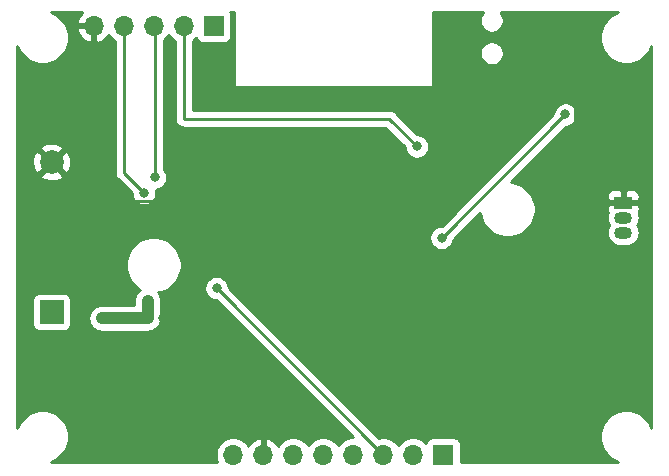
<source format=gbr>
%TF.GenerationSoftware,KiCad,Pcbnew,(5.1.8)-1*%
%TF.CreationDate,2020-12-21T16:49:44+02:00*%
%TF.ProjectId,Thermometer,54686572-6d6f-46d6-9574-65722e6b6963,rev?*%
%TF.SameCoordinates,Original*%
%TF.FileFunction,Copper,L2,Bot*%
%TF.FilePolarity,Positive*%
%FSLAX46Y46*%
G04 Gerber Fmt 4.6, Leading zero omitted, Abs format (unit mm)*
G04 Created by KiCad (PCBNEW (5.1.8)-1) date 2020-12-21 16:49:44*
%MOMM*%
%LPD*%
G01*
G04 APERTURE LIST*
%TA.AperFunction,ComponentPad*%
%ADD10O,1.500000X1.050000*%
%TD*%
%TA.AperFunction,ComponentPad*%
%ADD11R,1.500000X1.050000*%
%TD*%
%TA.AperFunction,ComponentPad*%
%ADD12R,2.000000X2.000000*%
%TD*%
%TA.AperFunction,ComponentPad*%
%ADD13C,2.000000*%
%TD*%
%TA.AperFunction,ComponentPad*%
%ADD14R,1.700000X1.700000*%
%TD*%
%TA.AperFunction,ComponentPad*%
%ADD15O,1.700000X1.700000*%
%TD*%
%TA.AperFunction,ViaPad*%
%ADD16C,0.800000*%
%TD*%
%TA.AperFunction,Conductor*%
%ADD17C,0.250000*%
%TD*%
%TA.AperFunction,Conductor*%
%ADD18C,1.000000*%
%TD*%
%TA.AperFunction,Conductor*%
%ADD19C,0.254000*%
%TD*%
%TA.AperFunction,Conductor*%
%ADD20C,0.100000*%
%TD*%
G04 APERTURE END LIST*
D10*
%TO.P,U2,2*%
%TO.N,/DQ*%
X83820000Y-147828000D03*
%TO.P,U2,3*%
%TO.N,/P1.0*%
X83820000Y-149098000D03*
D11*
%TO.P,U2,1*%
%TO.N,GND*%
X83820000Y-146558000D03*
%TD*%
D12*
%TO.P,BT1,1*%
%TO.N,+BATT*%
X35433000Y-155829000D03*
D13*
%TO.P,BT1,2*%
%TO.N,GND*%
X35433000Y-143129000D03*
%TD*%
D14*
%TO.P,J1,1*%
%TO.N,+3V3*%
X49149000Y-131572000D03*
D15*
%TO.P,J1,2*%
%TO.N,/RESET*%
X46609000Y-131572000D03*
%TO.P,J1,3*%
%TO.N,/P2.2*%
X44069000Y-131572000D03*
%TO.P,J1,4*%
%TO.N,/P2.1*%
X41529000Y-131572000D03*
%TO.P,J1,5*%
%TO.N,GND*%
X38989000Y-131572000D03*
%TD*%
D14*
%TO.P,J2,1*%
%TO.N,/BUSY*%
X68580000Y-167894000D03*
D15*
%TO.P,J2,2*%
%TO.N,/RST*%
X66040000Y-167894000D03*
%TO.P,J2,3*%
%TO.N,/DC*%
X63500000Y-167894000D03*
%TO.P,J2,4*%
%TO.N,/CS1*%
X60960000Y-167894000D03*
%TO.P,J2,5*%
%TO.N,/CLK1*%
X58420000Y-167894000D03*
%TO.P,J2,6*%
%TO.N,/MOSI1*%
X55880000Y-167894000D03*
%TO.P,J2,7*%
%TO.N,GND*%
X53340000Y-167894000D03*
%TO.P,J2,8*%
%TO.N,+3V3*%
X50800000Y-167894000D03*
%TD*%
D16*
%TO.N,GND*%
X81280000Y-141478000D03*
X79375000Y-131889500D03*
X48831500Y-156337000D03*
X44876000Y-156337000D03*
X36322000Y-146184500D03*
X49530000Y-140766500D03*
X85153500Y-136779000D03*
X85598000Y-152336500D03*
X85534500Y-159702500D03*
X82105500Y-161734500D03*
X79565500Y-166624000D03*
X77470000Y-167767000D03*
X72072500Y-167767000D03*
X47688500Y-167957500D03*
X42100500Y-167894000D03*
X37338000Y-167894000D03*
X33020000Y-163449000D03*
X33020000Y-157416500D03*
X33083500Y-141478000D03*
X33020000Y-135064500D03*
X80962500Y-152146000D03*
X78232000Y-153225500D03*
X75819000Y-155511500D03*
X70104000Y-157226000D03*
X63944500Y-157099000D03*
X65405000Y-160464500D03*
X69469000Y-164338000D03*
X79502000Y-146431000D03*
X71056500Y-151320500D03*
X70993000Y-142303500D03*
X73723500Y-138557000D03*
X77978000Y-135064500D03*
X38862000Y-140398500D03*
X39243000Y-135128000D03*
X64071500Y-143573500D03*
X54800500Y-143827500D03*
X55054500Y-150622000D03*
X63309500Y-150368000D03*
X66040000Y-138176000D03*
X53911500Y-137668000D03*
X62166500Y-137477500D03*
X53403500Y-160972500D03*
X44513500Y-164528500D03*
X37909500Y-162560000D03*
X52514500Y-153543000D03*
X48196500Y-147066000D03*
X51625500Y-165671500D03*
%TO.N,/CLK0*%
X78930500Y-139094500D03*
X68453000Y-149542500D03*
%TO.N,/RESET*%
X66357500Y-141795500D03*
%TO.N,/P2.2*%
X44163500Y-144431500D03*
%TO.N,/P2.1*%
X43243500Y-145732500D03*
%TO.N,/DC*%
X49403000Y-153797000D03*
%TO.N,Net-(L1-Pad2)*%
X39687500Y-156337000D03*
X43561000Y-154876500D03*
%TD*%
D17*
%TO.N,GND*%
X81280000Y-141478000D02*
X80581500Y-141478000D01*
X80581500Y-141478000D02*
X79756000Y-140652500D01*
X79756000Y-140652500D02*
X79756000Y-132270500D01*
X79756000Y-132270500D02*
X79375000Y-131889500D01*
X45466000Y-156337000D02*
X44876000Y-156337000D01*
X36595001Y-146457501D02*
X44857501Y-146457501D01*
X36322000Y-146184500D02*
X36595001Y-146457501D01*
X46609000Y-148209000D02*
X46609000Y-156337000D01*
X44857501Y-146457501D02*
X46609000Y-148209000D01*
X46609000Y-156337000D02*
X45466000Y-156337000D01*
X48831500Y-156337000D02*
X46609000Y-156337000D01*
X49530000Y-140766500D02*
X49530000Y-146494500D01*
X44894500Y-146494500D02*
X44857501Y-146457501D01*
X49530000Y-146494500D02*
X44894500Y-146494500D01*
%TO.N,/CLK0*%
X78930500Y-139094500D02*
X68482500Y-149542500D01*
X68482500Y-149542500D02*
X68453000Y-149542500D01*
%TO.N,/RESET*%
X66357500Y-141795500D02*
X64008000Y-139446000D01*
X64008000Y-139446000D02*
X46609000Y-139446000D01*
X46609000Y-139446000D02*
X46609000Y-131572000D01*
%TO.N,/P2.2*%
X44163500Y-131666500D02*
X44069000Y-131572000D01*
X44163500Y-144431500D02*
X44163500Y-131666500D01*
%TO.N,/P2.1*%
X41529000Y-144018000D02*
X41529000Y-131572000D01*
X43243500Y-145732500D02*
X41529000Y-144018000D01*
%TO.N,/DC*%
X63500000Y-167894000D02*
X49403000Y-153797000D01*
D18*
%TO.N,Net-(L1-Pad2)*%
X39687500Y-156337000D02*
X43561000Y-156337000D01*
X43561000Y-156337000D02*
X43561000Y-154876500D01*
%TD*%
D19*
%TO.N,GND*%
X37988731Y-130474412D02*
X37793822Y-130690645D01*
X37644843Y-130940748D01*
X37547519Y-131215109D01*
X37668186Y-131445000D01*
X38862000Y-131445000D01*
X38862000Y-131425000D01*
X39116000Y-131425000D01*
X39116000Y-131445000D01*
X39136000Y-131445000D01*
X39136000Y-131699000D01*
X39116000Y-131699000D01*
X39116000Y-132892155D01*
X39345890Y-133013476D01*
X39493099Y-132968825D01*
X39755920Y-132843641D01*
X39989269Y-132669588D01*
X40184178Y-132453355D01*
X40253805Y-132336466D01*
X40375525Y-132518632D01*
X40582368Y-132725475D01*
X40769001Y-132850179D01*
X40769000Y-143980678D01*
X40765324Y-144018000D01*
X40769000Y-144055322D01*
X40769000Y-144055332D01*
X40779997Y-144166985D01*
X40809551Y-144264413D01*
X40823454Y-144310246D01*
X40894026Y-144442276D01*
X40915821Y-144468833D01*
X40988999Y-144558001D01*
X41018003Y-144581804D01*
X42208500Y-145772302D01*
X42208500Y-145834439D01*
X42248274Y-146034398D01*
X42326295Y-146222756D01*
X42439563Y-146392274D01*
X42583726Y-146536437D01*
X42753244Y-146649705D01*
X42941602Y-146727726D01*
X43141561Y-146767500D01*
X43345439Y-146767500D01*
X43545398Y-146727726D01*
X43733756Y-146649705D01*
X43903274Y-146536437D01*
X44047437Y-146392274D01*
X44160705Y-146222756D01*
X44238726Y-146034398D01*
X44278500Y-145834439D01*
X44278500Y-145630561D01*
X44245866Y-145466500D01*
X44265439Y-145466500D01*
X44465398Y-145426726D01*
X44653756Y-145348705D01*
X44823274Y-145235437D01*
X44967437Y-145091274D01*
X45080705Y-144921756D01*
X45158726Y-144733398D01*
X45198500Y-144533439D01*
X45198500Y-144329561D01*
X45158726Y-144129602D01*
X45080705Y-143941244D01*
X44967437Y-143771726D01*
X44923500Y-143727789D01*
X44923500Y-132787036D01*
X45015632Y-132725475D01*
X45222475Y-132518632D01*
X45339000Y-132344240D01*
X45455525Y-132518632D01*
X45662368Y-132725475D01*
X45849001Y-132850179D01*
X45849000Y-139408667D01*
X45845323Y-139446000D01*
X45859997Y-139594986D01*
X45903454Y-139738247D01*
X45974026Y-139870276D01*
X46045200Y-139957002D01*
X46068999Y-139986001D01*
X46184724Y-140080974D01*
X46316753Y-140151546D01*
X46460014Y-140195003D01*
X46609000Y-140209677D01*
X46646333Y-140206000D01*
X63693199Y-140206000D01*
X65322500Y-141835302D01*
X65322500Y-141897439D01*
X65362274Y-142097398D01*
X65440295Y-142285756D01*
X65553563Y-142455274D01*
X65697726Y-142599437D01*
X65867244Y-142712705D01*
X66055602Y-142790726D01*
X66255561Y-142830500D01*
X66459439Y-142830500D01*
X66659398Y-142790726D01*
X66847756Y-142712705D01*
X67017274Y-142599437D01*
X67161437Y-142455274D01*
X67274705Y-142285756D01*
X67352726Y-142097398D01*
X67392500Y-141897439D01*
X67392500Y-141693561D01*
X67352726Y-141493602D01*
X67274705Y-141305244D01*
X67161437Y-141135726D01*
X67017274Y-140991563D01*
X66847756Y-140878295D01*
X66659398Y-140800274D01*
X66459439Y-140760500D01*
X66397302Y-140760500D01*
X64571804Y-138935003D01*
X64548001Y-138905999D01*
X64432276Y-138811026D01*
X64300247Y-138740454D01*
X64156986Y-138696997D01*
X64045333Y-138686000D01*
X64045322Y-138686000D01*
X64008000Y-138682324D01*
X63970678Y-138686000D01*
X47369000Y-138686000D01*
X47369000Y-132850178D01*
X47555632Y-132725475D01*
X47687487Y-132593620D01*
X47709498Y-132666180D01*
X47768463Y-132776494D01*
X47847815Y-132873185D01*
X47944506Y-132952537D01*
X48054820Y-133011502D01*
X48174518Y-133047812D01*
X48299000Y-133060072D01*
X49999000Y-133060072D01*
X50123482Y-133047812D01*
X50243180Y-133011502D01*
X50353494Y-132952537D01*
X50450185Y-132873185D01*
X50529537Y-132776494D01*
X50588502Y-132666180D01*
X50624812Y-132546482D01*
X50637072Y-132422000D01*
X50637072Y-130722000D01*
X50624812Y-130597518D01*
X50588502Y-130477820D01*
X50575770Y-130454000D01*
X50863500Y-130454000D01*
X50863500Y-136652000D01*
X50865940Y-136676776D01*
X50873167Y-136700601D01*
X50884903Y-136722557D01*
X50900697Y-136741803D01*
X50919943Y-136757597D01*
X50941899Y-136769333D01*
X50965724Y-136776560D01*
X50990500Y-136779000D01*
X67627500Y-136779000D01*
X67652276Y-136776560D01*
X67676101Y-136769333D01*
X67698057Y-136757597D01*
X67717303Y-136741803D01*
X67733097Y-136722557D01*
X67744833Y-136700601D01*
X67752060Y-136676776D01*
X67754500Y-136652000D01*
X67754500Y-133800024D01*
X71697500Y-133800024D01*
X71697500Y-133998976D01*
X71736314Y-134194106D01*
X71812450Y-134377914D01*
X71922982Y-134543337D01*
X72063663Y-134684018D01*
X72229086Y-134794550D01*
X72412894Y-134870686D01*
X72608024Y-134909500D01*
X72806976Y-134909500D01*
X73002106Y-134870686D01*
X73185914Y-134794550D01*
X73351337Y-134684018D01*
X73492018Y-134543337D01*
X73602550Y-134377914D01*
X73678686Y-134194106D01*
X73717500Y-133998976D01*
X73717500Y-133800024D01*
X73678686Y-133604894D01*
X73602550Y-133421086D01*
X73492018Y-133255663D01*
X73351337Y-133114982D01*
X73185914Y-133004450D01*
X73002106Y-132928314D01*
X72806976Y-132889500D01*
X72608024Y-132889500D01*
X72412894Y-132928314D01*
X72229086Y-133004450D01*
X72063663Y-133114982D01*
X71922982Y-133255663D01*
X71812450Y-133421086D01*
X71736314Y-133604894D01*
X71697500Y-133800024D01*
X67754500Y-133800024D01*
X67754500Y-130454000D01*
X71974645Y-130454000D01*
X71922982Y-130505663D01*
X71812450Y-130671086D01*
X71736314Y-130854894D01*
X71697500Y-131050024D01*
X71697500Y-131248976D01*
X71736314Y-131444106D01*
X71812450Y-131627914D01*
X71922982Y-131793337D01*
X72063663Y-131934018D01*
X72229086Y-132044550D01*
X72412894Y-132120686D01*
X72608024Y-132159500D01*
X72806976Y-132159500D01*
X73002106Y-132120686D01*
X73185914Y-132044550D01*
X73351337Y-131934018D01*
X73492018Y-131793337D01*
X73602550Y-131627914D01*
X73678686Y-131444106D01*
X73717500Y-131248976D01*
X73717500Y-131050024D01*
X73678686Y-130854894D01*
X73602550Y-130671086D01*
X73492018Y-130505663D01*
X73440355Y-130454000D01*
X83385596Y-130454000D01*
X83015331Y-130607369D01*
X82649271Y-130851962D01*
X82337962Y-131163271D01*
X82093369Y-131529331D01*
X81924890Y-131936075D01*
X81839000Y-132367872D01*
X81839000Y-132808128D01*
X81924890Y-133239925D01*
X82093369Y-133646669D01*
X82337962Y-134012729D01*
X82649271Y-134324038D01*
X83015331Y-134568631D01*
X83422075Y-134737110D01*
X83853872Y-134823000D01*
X84294128Y-134823000D01*
X84725925Y-134737110D01*
X85132669Y-134568631D01*
X85498729Y-134324038D01*
X85810038Y-134012729D01*
X86054631Y-133646669D01*
X86208001Y-133276402D01*
X86208000Y-165681596D01*
X86054631Y-165311331D01*
X85810038Y-164945271D01*
X85498729Y-164633962D01*
X85132669Y-164389369D01*
X84725925Y-164220890D01*
X84294128Y-164135000D01*
X83853872Y-164135000D01*
X83422075Y-164220890D01*
X83015331Y-164389369D01*
X82649271Y-164633962D01*
X82337962Y-164945271D01*
X82093369Y-165311331D01*
X81924890Y-165718075D01*
X81839000Y-166149872D01*
X81839000Y-166590128D01*
X81924890Y-167021925D01*
X82093369Y-167428669D01*
X82337962Y-167794729D01*
X82649271Y-168106038D01*
X83015331Y-168350631D01*
X83385596Y-168504000D01*
X70068072Y-168504000D01*
X70068072Y-167044000D01*
X70055812Y-166919518D01*
X70019502Y-166799820D01*
X69960537Y-166689506D01*
X69881185Y-166592815D01*
X69784494Y-166513463D01*
X69674180Y-166454498D01*
X69554482Y-166418188D01*
X69430000Y-166405928D01*
X67730000Y-166405928D01*
X67605518Y-166418188D01*
X67485820Y-166454498D01*
X67375506Y-166513463D01*
X67278815Y-166592815D01*
X67199463Y-166689506D01*
X67140498Y-166799820D01*
X67118487Y-166872380D01*
X66986632Y-166740525D01*
X66743411Y-166578010D01*
X66473158Y-166466068D01*
X66186260Y-166409000D01*
X65893740Y-166409000D01*
X65606842Y-166466068D01*
X65336589Y-166578010D01*
X65093368Y-166740525D01*
X64886525Y-166947368D01*
X64770000Y-167121760D01*
X64653475Y-166947368D01*
X64446632Y-166740525D01*
X64203411Y-166578010D01*
X63933158Y-166466068D01*
X63646260Y-166409000D01*
X63353740Y-166409000D01*
X63133592Y-166452790D01*
X50438000Y-153757199D01*
X50438000Y-153695061D01*
X50398226Y-153495102D01*
X50320205Y-153306744D01*
X50206937Y-153137226D01*
X50062774Y-152993063D01*
X49893256Y-152879795D01*
X49704898Y-152801774D01*
X49504939Y-152762000D01*
X49301061Y-152762000D01*
X49101102Y-152801774D01*
X48912744Y-152879795D01*
X48743226Y-152993063D01*
X48599063Y-153137226D01*
X48485795Y-153306744D01*
X48407774Y-153495102D01*
X48368000Y-153695061D01*
X48368000Y-153898939D01*
X48407774Y-154098898D01*
X48485795Y-154287256D01*
X48599063Y-154456774D01*
X48743226Y-154600937D01*
X48912744Y-154714205D01*
X49101102Y-154792226D01*
X49301061Y-154832000D01*
X49363199Y-154832000D01*
X60940198Y-166409000D01*
X60813740Y-166409000D01*
X60526842Y-166466068D01*
X60256589Y-166578010D01*
X60013368Y-166740525D01*
X59806525Y-166947368D01*
X59690000Y-167121760D01*
X59573475Y-166947368D01*
X59366632Y-166740525D01*
X59123411Y-166578010D01*
X58853158Y-166466068D01*
X58566260Y-166409000D01*
X58273740Y-166409000D01*
X57986842Y-166466068D01*
X57716589Y-166578010D01*
X57473368Y-166740525D01*
X57266525Y-166947368D01*
X57150000Y-167121760D01*
X57033475Y-166947368D01*
X56826632Y-166740525D01*
X56583411Y-166578010D01*
X56313158Y-166466068D01*
X56026260Y-166409000D01*
X55733740Y-166409000D01*
X55446842Y-166466068D01*
X55176589Y-166578010D01*
X54933368Y-166740525D01*
X54726525Y-166947368D01*
X54604805Y-167129534D01*
X54535178Y-167012645D01*
X54340269Y-166796412D01*
X54106920Y-166622359D01*
X53844099Y-166497175D01*
X53696890Y-166452524D01*
X53467000Y-166573845D01*
X53467000Y-167767000D01*
X53487000Y-167767000D01*
X53487000Y-168021000D01*
X53467000Y-168021000D01*
X53467000Y-168041000D01*
X53213000Y-168041000D01*
X53213000Y-168021000D01*
X53193000Y-168021000D01*
X53193000Y-167767000D01*
X53213000Y-167767000D01*
X53213000Y-166573845D01*
X52983110Y-166452524D01*
X52835901Y-166497175D01*
X52573080Y-166622359D01*
X52339731Y-166796412D01*
X52144822Y-167012645D01*
X52075195Y-167129534D01*
X51953475Y-166947368D01*
X51746632Y-166740525D01*
X51503411Y-166578010D01*
X51233158Y-166466068D01*
X50946260Y-166409000D01*
X50653740Y-166409000D01*
X50366842Y-166466068D01*
X50096589Y-166578010D01*
X49853368Y-166740525D01*
X49646525Y-166947368D01*
X49484010Y-167190589D01*
X49372068Y-167460842D01*
X49315000Y-167747740D01*
X49315000Y-168040260D01*
X49372068Y-168327158D01*
X49445318Y-168504000D01*
X35359404Y-168504000D01*
X35729669Y-168350631D01*
X36095729Y-168106038D01*
X36407038Y-167794729D01*
X36651631Y-167428669D01*
X36820110Y-167021925D01*
X36906000Y-166590128D01*
X36906000Y-166149872D01*
X36820110Y-165718075D01*
X36651631Y-165311331D01*
X36407038Y-164945271D01*
X36095729Y-164633962D01*
X35729669Y-164389369D01*
X35322925Y-164220890D01*
X34891128Y-164135000D01*
X34450872Y-164135000D01*
X34019075Y-164220890D01*
X33612331Y-164389369D01*
X33246271Y-164633962D01*
X32934962Y-164945271D01*
X32690369Y-165311331D01*
X32537000Y-165681596D01*
X32537000Y-154829000D01*
X33794928Y-154829000D01*
X33794928Y-156829000D01*
X33807188Y-156953482D01*
X33843498Y-157073180D01*
X33902463Y-157183494D01*
X33981815Y-157280185D01*
X34078506Y-157359537D01*
X34188820Y-157418502D01*
X34308518Y-157454812D01*
X34433000Y-157467072D01*
X36433000Y-157467072D01*
X36557482Y-157454812D01*
X36677180Y-157418502D01*
X36787494Y-157359537D01*
X36884185Y-157280185D01*
X36963537Y-157183494D01*
X37022502Y-157073180D01*
X37058812Y-156953482D01*
X37071072Y-156829000D01*
X37071072Y-156337000D01*
X38547009Y-156337000D01*
X38568923Y-156559499D01*
X38633824Y-156773447D01*
X38739216Y-156970623D01*
X38881051Y-157143449D01*
X39053877Y-157285284D01*
X39251053Y-157390676D01*
X39465001Y-157455577D01*
X39631748Y-157472000D01*
X43505248Y-157472000D01*
X43561000Y-157477491D01*
X43616751Y-157472000D01*
X43616752Y-157472000D01*
X43783499Y-157455577D01*
X43997447Y-157390676D01*
X44194623Y-157285284D01*
X44367449Y-157143449D01*
X44509284Y-156970623D01*
X44614676Y-156773447D01*
X44679577Y-156559499D01*
X44701491Y-156337000D01*
X44696000Y-156281248D01*
X44696000Y-154820748D01*
X44679577Y-154654001D01*
X44614676Y-154440053D01*
X44509284Y-154242877D01*
X44442667Y-154161704D01*
X44761387Y-154098306D01*
X45190879Y-153920405D01*
X45577412Y-153662132D01*
X45906132Y-153333412D01*
X46164405Y-152946879D01*
X46342306Y-152517387D01*
X46433000Y-152061440D01*
X46433000Y-151596560D01*
X46342306Y-151140613D01*
X46164405Y-150711121D01*
X45906132Y-150324588D01*
X45577412Y-149995868D01*
X45190879Y-149737595D01*
X44761387Y-149559694D01*
X44305440Y-149469000D01*
X43840560Y-149469000D01*
X43384613Y-149559694D01*
X42955121Y-149737595D01*
X42568588Y-149995868D01*
X42239868Y-150324588D01*
X41981595Y-150711121D01*
X41803694Y-151140613D01*
X41713000Y-151596560D01*
X41713000Y-152061440D01*
X41803694Y-152517387D01*
X41981595Y-152946879D01*
X42239868Y-153333412D01*
X42568588Y-153662132D01*
X42949286Y-153916506D01*
X42927378Y-153928216D01*
X42754552Y-154070051D01*
X42612717Y-154242877D01*
X42507324Y-154440053D01*
X42442423Y-154654001D01*
X42426000Y-154820748D01*
X42426000Y-155202000D01*
X39631748Y-155202000D01*
X39465001Y-155218423D01*
X39251053Y-155283324D01*
X39053877Y-155388716D01*
X38881051Y-155530551D01*
X38739216Y-155703377D01*
X38633824Y-155900553D01*
X38568923Y-156114501D01*
X38547009Y-156337000D01*
X37071072Y-156337000D01*
X37071072Y-154829000D01*
X37058812Y-154704518D01*
X37022502Y-154584820D01*
X36963537Y-154474506D01*
X36884185Y-154377815D01*
X36787494Y-154298463D01*
X36677180Y-154239498D01*
X36557482Y-154203188D01*
X36433000Y-154190928D01*
X34433000Y-154190928D01*
X34308518Y-154203188D01*
X34188820Y-154239498D01*
X34078506Y-154298463D01*
X33981815Y-154377815D01*
X33902463Y-154474506D01*
X33843498Y-154584820D01*
X33807188Y-154704518D01*
X33794928Y-154829000D01*
X32537000Y-154829000D01*
X32537000Y-149440561D01*
X67418000Y-149440561D01*
X67418000Y-149644439D01*
X67457774Y-149844398D01*
X67535795Y-150032756D01*
X67649063Y-150202274D01*
X67793226Y-150346437D01*
X67962744Y-150459705D01*
X68151102Y-150537726D01*
X68351061Y-150577500D01*
X68554939Y-150577500D01*
X68754898Y-150537726D01*
X68943256Y-150459705D01*
X69112774Y-150346437D01*
X69256937Y-150202274D01*
X69370205Y-150032756D01*
X69448226Y-149844398D01*
X69488000Y-149644439D01*
X69488000Y-149611801D01*
X71692185Y-147407616D01*
X71773694Y-147817387D01*
X71951595Y-148246879D01*
X72209868Y-148633412D01*
X72538588Y-148962132D01*
X72925121Y-149220405D01*
X73354613Y-149398306D01*
X73810560Y-149489000D01*
X74275440Y-149489000D01*
X74731387Y-149398306D01*
X75160879Y-149220405D01*
X75547412Y-148962132D01*
X75876132Y-148633412D01*
X76134405Y-148246879D01*
X76307909Y-147828000D01*
X82429388Y-147828000D01*
X82451785Y-148055400D01*
X82518115Y-148274060D01*
X82619105Y-148463000D01*
X82518115Y-148651940D01*
X82451785Y-148870600D01*
X82429388Y-149098000D01*
X82451785Y-149325400D01*
X82518115Y-149544060D01*
X82625829Y-149745579D01*
X82770788Y-149922212D01*
X82947421Y-150067171D01*
X83148940Y-150174885D01*
X83367600Y-150241215D01*
X83538021Y-150258000D01*
X84101979Y-150258000D01*
X84272400Y-150241215D01*
X84491060Y-150174885D01*
X84692579Y-150067171D01*
X84869212Y-149922212D01*
X85014171Y-149745579D01*
X85121885Y-149544060D01*
X85188215Y-149325400D01*
X85210612Y-149098000D01*
X85188215Y-148870600D01*
X85121885Y-148651940D01*
X85020895Y-148463000D01*
X85121885Y-148274060D01*
X85188215Y-148055400D01*
X85210612Y-147828000D01*
X85188215Y-147600600D01*
X85124907Y-147391902D01*
X85159502Y-147327180D01*
X85195812Y-147207482D01*
X85208072Y-147083000D01*
X85205000Y-146843750D01*
X85046250Y-146685000D01*
X84273109Y-146685000D01*
X84272400Y-146684785D01*
X84101979Y-146668000D01*
X83538021Y-146668000D01*
X83367600Y-146684785D01*
X83366891Y-146685000D01*
X82593750Y-146685000D01*
X82435000Y-146843750D01*
X82431928Y-147083000D01*
X82444188Y-147207482D01*
X82480498Y-147327180D01*
X82515093Y-147391902D01*
X82451785Y-147600600D01*
X82429388Y-147828000D01*
X76307909Y-147828000D01*
X76312306Y-147817387D01*
X76403000Y-147361440D01*
X76403000Y-146896560D01*
X76312306Y-146440613D01*
X76143468Y-146033000D01*
X82431928Y-146033000D01*
X82435000Y-146272250D01*
X82593750Y-146431000D01*
X83693000Y-146431000D01*
X83693000Y-145556750D01*
X83947000Y-145556750D01*
X83947000Y-146431000D01*
X85046250Y-146431000D01*
X85205000Y-146272250D01*
X85208072Y-146033000D01*
X85195812Y-145908518D01*
X85159502Y-145788820D01*
X85100537Y-145678506D01*
X85021185Y-145581815D01*
X84924494Y-145502463D01*
X84814180Y-145443498D01*
X84694482Y-145407188D01*
X84570000Y-145394928D01*
X84105750Y-145398000D01*
X83947000Y-145556750D01*
X83693000Y-145556750D01*
X83534250Y-145398000D01*
X83070000Y-145394928D01*
X82945518Y-145407188D01*
X82825820Y-145443498D01*
X82715506Y-145502463D01*
X82618815Y-145581815D01*
X82539463Y-145678506D01*
X82480498Y-145788820D01*
X82444188Y-145908518D01*
X82431928Y-146033000D01*
X76143468Y-146033000D01*
X76134405Y-146011121D01*
X75876132Y-145624588D01*
X75547412Y-145295868D01*
X75160879Y-145037595D01*
X74731387Y-144859694D01*
X74321616Y-144778185D01*
X78970302Y-140129500D01*
X79032439Y-140129500D01*
X79232398Y-140089726D01*
X79420756Y-140011705D01*
X79590274Y-139898437D01*
X79734437Y-139754274D01*
X79847705Y-139584756D01*
X79925726Y-139396398D01*
X79965500Y-139196439D01*
X79965500Y-138992561D01*
X79925726Y-138792602D01*
X79847705Y-138604244D01*
X79734437Y-138434726D01*
X79590274Y-138290563D01*
X79420756Y-138177295D01*
X79232398Y-138099274D01*
X79032439Y-138059500D01*
X78828561Y-138059500D01*
X78628602Y-138099274D01*
X78440244Y-138177295D01*
X78270726Y-138290563D01*
X78126563Y-138434726D01*
X78013295Y-138604244D01*
X77935274Y-138792602D01*
X77895500Y-138992561D01*
X77895500Y-139054698D01*
X68442699Y-148507500D01*
X68351061Y-148507500D01*
X68151102Y-148547274D01*
X67962744Y-148625295D01*
X67793226Y-148738563D01*
X67649063Y-148882726D01*
X67535795Y-149052244D01*
X67457774Y-149240602D01*
X67418000Y-149440561D01*
X32537000Y-149440561D01*
X32537000Y-144264413D01*
X34477192Y-144264413D01*
X34572956Y-144528814D01*
X34862571Y-144669704D01*
X35174108Y-144751384D01*
X35495595Y-144770718D01*
X35814675Y-144726961D01*
X36119088Y-144621795D01*
X36293044Y-144528814D01*
X36388808Y-144264413D01*
X35433000Y-143308605D01*
X34477192Y-144264413D01*
X32537000Y-144264413D01*
X32537000Y-143191595D01*
X33791282Y-143191595D01*
X33835039Y-143510675D01*
X33940205Y-143815088D01*
X34033186Y-143989044D01*
X34297587Y-144084808D01*
X35253395Y-143129000D01*
X35612605Y-143129000D01*
X36568413Y-144084808D01*
X36832814Y-143989044D01*
X36973704Y-143699429D01*
X37055384Y-143387892D01*
X37074718Y-143066405D01*
X37030961Y-142747325D01*
X36925795Y-142442912D01*
X36832814Y-142268956D01*
X36568413Y-142173192D01*
X35612605Y-143129000D01*
X35253395Y-143129000D01*
X34297587Y-142173192D01*
X34033186Y-142268956D01*
X33892296Y-142558571D01*
X33810616Y-142870108D01*
X33791282Y-143191595D01*
X32537000Y-143191595D01*
X32537000Y-141993587D01*
X34477192Y-141993587D01*
X35433000Y-142949395D01*
X36388808Y-141993587D01*
X36293044Y-141729186D01*
X36003429Y-141588296D01*
X35691892Y-141506616D01*
X35370405Y-141487282D01*
X35051325Y-141531039D01*
X34746912Y-141636205D01*
X34572956Y-141729186D01*
X34477192Y-141993587D01*
X32537000Y-141993587D01*
X32537000Y-133276404D01*
X32690369Y-133646669D01*
X32934962Y-134012729D01*
X33246271Y-134324038D01*
X33612331Y-134568631D01*
X34019075Y-134737110D01*
X34450872Y-134823000D01*
X34891128Y-134823000D01*
X35322925Y-134737110D01*
X35729669Y-134568631D01*
X36095729Y-134324038D01*
X36407038Y-134012729D01*
X36651631Y-133646669D01*
X36820110Y-133239925D01*
X36906000Y-132808128D01*
X36906000Y-132367872D01*
X36820110Y-131936075D01*
X36817135Y-131928891D01*
X37547519Y-131928891D01*
X37644843Y-132203252D01*
X37793822Y-132453355D01*
X37988731Y-132669588D01*
X38222080Y-132843641D01*
X38484901Y-132968825D01*
X38632110Y-133013476D01*
X38862000Y-132892155D01*
X38862000Y-131699000D01*
X37668186Y-131699000D01*
X37547519Y-131928891D01*
X36817135Y-131928891D01*
X36651631Y-131529331D01*
X36407038Y-131163271D01*
X36095729Y-130851962D01*
X35729669Y-130607369D01*
X35359404Y-130454000D01*
X38016097Y-130454000D01*
X37988731Y-130474412D01*
%TA.AperFunction,Conductor*%
D20*
G36*
X37988731Y-130474412D02*
G01*
X37793822Y-130690645D01*
X37644843Y-130940748D01*
X37547519Y-131215109D01*
X37668186Y-131445000D01*
X38862000Y-131445000D01*
X38862000Y-131425000D01*
X39116000Y-131425000D01*
X39116000Y-131445000D01*
X39136000Y-131445000D01*
X39136000Y-131699000D01*
X39116000Y-131699000D01*
X39116000Y-132892155D01*
X39345890Y-133013476D01*
X39493099Y-132968825D01*
X39755920Y-132843641D01*
X39989269Y-132669588D01*
X40184178Y-132453355D01*
X40253805Y-132336466D01*
X40375525Y-132518632D01*
X40582368Y-132725475D01*
X40769001Y-132850179D01*
X40769000Y-143980678D01*
X40765324Y-144018000D01*
X40769000Y-144055322D01*
X40769000Y-144055332D01*
X40779997Y-144166985D01*
X40809551Y-144264413D01*
X40823454Y-144310246D01*
X40894026Y-144442276D01*
X40915821Y-144468833D01*
X40988999Y-144558001D01*
X41018003Y-144581804D01*
X42208500Y-145772302D01*
X42208500Y-145834439D01*
X42248274Y-146034398D01*
X42326295Y-146222756D01*
X42439563Y-146392274D01*
X42583726Y-146536437D01*
X42753244Y-146649705D01*
X42941602Y-146727726D01*
X43141561Y-146767500D01*
X43345439Y-146767500D01*
X43545398Y-146727726D01*
X43733756Y-146649705D01*
X43903274Y-146536437D01*
X44047437Y-146392274D01*
X44160705Y-146222756D01*
X44238726Y-146034398D01*
X44278500Y-145834439D01*
X44278500Y-145630561D01*
X44245866Y-145466500D01*
X44265439Y-145466500D01*
X44465398Y-145426726D01*
X44653756Y-145348705D01*
X44823274Y-145235437D01*
X44967437Y-145091274D01*
X45080705Y-144921756D01*
X45158726Y-144733398D01*
X45198500Y-144533439D01*
X45198500Y-144329561D01*
X45158726Y-144129602D01*
X45080705Y-143941244D01*
X44967437Y-143771726D01*
X44923500Y-143727789D01*
X44923500Y-132787036D01*
X45015632Y-132725475D01*
X45222475Y-132518632D01*
X45339000Y-132344240D01*
X45455525Y-132518632D01*
X45662368Y-132725475D01*
X45849001Y-132850179D01*
X45849000Y-139408667D01*
X45845323Y-139446000D01*
X45859997Y-139594986D01*
X45903454Y-139738247D01*
X45974026Y-139870276D01*
X46045200Y-139957002D01*
X46068999Y-139986001D01*
X46184724Y-140080974D01*
X46316753Y-140151546D01*
X46460014Y-140195003D01*
X46609000Y-140209677D01*
X46646333Y-140206000D01*
X63693199Y-140206000D01*
X65322500Y-141835302D01*
X65322500Y-141897439D01*
X65362274Y-142097398D01*
X65440295Y-142285756D01*
X65553563Y-142455274D01*
X65697726Y-142599437D01*
X65867244Y-142712705D01*
X66055602Y-142790726D01*
X66255561Y-142830500D01*
X66459439Y-142830500D01*
X66659398Y-142790726D01*
X66847756Y-142712705D01*
X67017274Y-142599437D01*
X67161437Y-142455274D01*
X67274705Y-142285756D01*
X67352726Y-142097398D01*
X67392500Y-141897439D01*
X67392500Y-141693561D01*
X67352726Y-141493602D01*
X67274705Y-141305244D01*
X67161437Y-141135726D01*
X67017274Y-140991563D01*
X66847756Y-140878295D01*
X66659398Y-140800274D01*
X66459439Y-140760500D01*
X66397302Y-140760500D01*
X64571804Y-138935003D01*
X64548001Y-138905999D01*
X64432276Y-138811026D01*
X64300247Y-138740454D01*
X64156986Y-138696997D01*
X64045333Y-138686000D01*
X64045322Y-138686000D01*
X64008000Y-138682324D01*
X63970678Y-138686000D01*
X47369000Y-138686000D01*
X47369000Y-132850178D01*
X47555632Y-132725475D01*
X47687487Y-132593620D01*
X47709498Y-132666180D01*
X47768463Y-132776494D01*
X47847815Y-132873185D01*
X47944506Y-132952537D01*
X48054820Y-133011502D01*
X48174518Y-133047812D01*
X48299000Y-133060072D01*
X49999000Y-133060072D01*
X50123482Y-133047812D01*
X50243180Y-133011502D01*
X50353494Y-132952537D01*
X50450185Y-132873185D01*
X50529537Y-132776494D01*
X50588502Y-132666180D01*
X50624812Y-132546482D01*
X50637072Y-132422000D01*
X50637072Y-130722000D01*
X50624812Y-130597518D01*
X50588502Y-130477820D01*
X50575770Y-130454000D01*
X50863500Y-130454000D01*
X50863500Y-136652000D01*
X50865940Y-136676776D01*
X50873167Y-136700601D01*
X50884903Y-136722557D01*
X50900697Y-136741803D01*
X50919943Y-136757597D01*
X50941899Y-136769333D01*
X50965724Y-136776560D01*
X50990500Y-136779000D01*
X67627500Y-136779000D01*
X67652276Y-136776560D01*
X67676101Y-136769333D01*
X67698057Y-136757597D01*
X67717303Y-136741803D01*
X67733097Y-136722557D01*
X67744833Y-136700601D01*
X67752060Y-136676776D01*
X67754500Y-136652000D01*
X67754500Y-133800024D01*
X71697500Y-133800024D01*
X71697500Y-133998976D01*
X71736314Y-134194106D01*
X71812450Y-134377914D01*
X71922982Y-134543337D01*
X72063663Y-134684018D01*
X72229086Y-134794550D01*
X72412894Y-134870686D01*
X72608024Y-134909500D01*
X72806976Y-134909500D01*
X73002106Y-134870686D01*
X73185914Y-134794550D01*
X73351337Y-134684018D01*
X73492018Y-134543337D01*
X73602550Y-134377914D01*
X73678686Y-134194106D01*
X73717500Y-133998976D01*
X73717500Y-133800024D01*
X73678686Y-133604894D01*
X73602550Y-133421086D01*
X73492018Y-133255663D01*
X73351337Y-133114982D01*
X73185914Y-133004450D01*
X73002106Y-132928314D01*
X72806976Y-132889500D01*
X72608024Y-132889500D01*
X72412894Y-132928314D01*
X72229086Y-133004450D01*
X72063663Y-133114982D01*
X71922982Y-133255663D01*
X71812450Y-133421086D01*
X71736314Y-133604894D01*
X71697500Y-133800024D01*
X67754500Y-133800024D01*
X67754500Y-130454000D01*
X71974645Y-130454000D01*
X71922982Y-130505663D01*
X71812450Y-130671086D01*
X71736314Y-130854894D01*
X71697500Y-131050024D01*
X71697500Y-131248976D01*
X71736314Y-131444106D01*
X71812450Y-131627914D01*
X71922982Y-131793337D01*
X72063663Y-131934018D01*
X72229086Y-132044550D01*
X72412894Y-132120686D01*
X72608024Y-132159500D01*
X72806976Y-132159500D01*
X73002106Y-132120686D01*
X73185914Y-132044550D01*
X73351337Y-131934018D01*
X73492018Y-131793337D01*
X73602550Y-131627914D01*
X73678686Y-131444106D01*
X73717500Y-131248976D01*
X73717500Y-131050024D01*
X73678686Y-130854894D01*
X73602550Y-130671086D01*
X73492018Y-130505663D01*
X73440355Y-130454000D01*
X83385596Y-130454000D01*
X83015331Y-130607369D01*
X82649271Y-130851962D01*
X82337962Y-131163271D01*
X82093369Y-131529331D01*
X81924890Y-131936075D01*
X81839000Y-132367872D01*
X81839000Y-132808128D01*
X81924890Y-133239925D01*
X82093369Y-133646669D01*
X82337962Y-134012729D01*
X82649271Y-134324038D01*
X83015331Y-134568631D01*
X83422075Y-134737110D01*
X83853872Y-134823000D01*
X84294128Y-134823000D01*
X84725925Y-134737110D01*
X85132669Y-134568631D01*
X85498729Y-134324038D01*
X85810038Y-134012729D01*
X86054631Y-133646669D01*
X86208001Y-133276402D01*
X86208000Y-165681596D01*
X86054631Y-165311331D01*
X85810038Y-164945271D01*
X85498729Y-164633962D01*
X85132669Y-164389369D01*
X84725925Y-164220890D01*
X84294128Y-164135000D01*
X83853872Y-164135000D01*
X83422075Y-164220890D01*
X83015331Y-164389369D01*
X82649271Y-164633962D01*
X82337962Y-164945271D01*
X82093369Y-165311331D01*
X81924890Y-165718075D01*
X81839000Y-166149872D01*
X81839000Y-166590128D01*
X81924890Y-167021925D01*
X82093369Y-167428669D01*
X82337962Y-167794729D01*
X82649271Y-168106038D01*
X83015331Y-168350631D01*
X83385596Y-168504000D01*
X70068072Y-168504000D01*
X70068072Y-167044000D01*
X70055812Y-166919518D01*
X70019502Y-166799820D01*
X69960537Y-166689506D01*
X69881185Y-166592815D01*
X69784494Y-166513463D01*
X69674180Y-166454498D01*
X69554482Y-166418188D01*
X69430000Y-166405928D01*
X67730000Y-166405928D01*
X67605518Y-166418188D01*
X67485820Y-166454498D01*
X67375506Y-166513463D01*
X67278815Y-166592815D01*
X67199463Y-166689506D01*
X67140498Y-166799820D01*
X67118487Y-166872380D01*
X66986632Y-166740525D01*
X66743411Y-166578010D01*
X66473158Y-166466068D01*
X66186260Y-166409000D01*
X65893740Y-166409000D01*
X65606842Y-166466068D01*
X65336589Y-166578010D01*
X65093368Y-166740525D01*
X64886525Y-166947368D01*
X64770000Y-167121760D01*
X64653475Y-166947368D01*
X64446632Y-166740525D01*
X64203411Y-166578010D01*
X63933158Y-166466068D01*
X63646260Y-166409000D01*
X63353740Y-166409000D01*
X63133592Y-166452790D01*
X50438000Y-153757199D01*
X50438000Y-153695061D01*
X50398226Y-153495102D01*
X50320205Y-153306744D01*
X50206937Y-153137226D01*
X50062774Y-152993063D01*
X49893256Y-152879795D01*
X49704898Y-152801774D01*
X49504939Y-152762000D01*
X49301061Y-152762000D01*
X49101102Y-152801774D01*
X48912744Y-152879795D01*
X48743226Y-152993063D01*
X48599063Y-153137226D01*
X48485795Y-153306744D01*
X48407774Y-153495102D01*
X48368000Y-153695061D01*
X48368000Y-153898939D01*
X48407774Y-154098898D01*
X48485795Y-154287256D01*
X48599063Y-154456774D01*
X48743226Y-154600937D01*
X48912744Y-154714205D01*
X49101102Y-154792226D01*
X49301061Y-154832000D01*
X49363199Y-154832000D01*
X60940198Y-166409000D01*
X60813740Y-166409000D01*
X60526842Y-166466068D01*
X60256589Y-166578010D01*
X60013368Y-166740525D01*
X59806525Y-166947368D01*
X59690000Y-167121760D01*
X59573475Y-166947368D01*
X59366632Y-166740525D01*
X59123411Y-166578010D01*
X58853158Y-166466068D01*
X58566260Y-166409000D01*
X58273740Y-166409000D01*
X57986842Y-166466068D01*
X57716589Y-166578010D01*
X57473368Y-166740525D01*
X57266525Y-166947368D01*
X57150000Y-167121760D01*
X57033475Y-166947368D01*
X56826632Y-166740525D01*
X56583411Y-166578010D01*
X56313158Y-166466068D01*
X56026260Y-166409000D01*
X55733740Y-166409000D01*
X55446842Y-166466068D01*
X55176589Y-166578010D01*
X54933368Y-166740525D01*
X54726525Y-166947368D01*
X54604805Y-167129534D01*
X54535178Y-167012645D01*
X54340269Y-166796412D01*
X54106920Y-166622359D01*
X53844099Y-166497175D01*
X53696890Y-166452524D01*
X53467000Y-166573845D01*
X53467000Y-167767000D01*
X53487000Y-167767000D01*
X53487000Y-168021000D01*
X53467000Y-168021000D01*
X53467000Y-168041000D01*
X53213000Y-168041000D01*
X53213000Y-168021000D01*
X53193000Y-168021000D01*
X53193000Y-167767000D01*
X53213000Y-167767000D01*
X53213000Y-166573845D01*
X52983110Y-166452524D01*
X52835901Y-166497175D01*
X52573080Y-166622359D01*
X52339731Y-166796412D01*
X52144822Y-167012645D01*
X52075195Y-167129534D01*
X51953475Y-166947368D01*
X51746632Y-166740525D01*
X51503411Y-166578010D01*
X51233158Y-166466068D01*
X50946260Y-166409000D01*
X50653740Y-166409000D01*
X50366842Y-166466068D01*
X50096589Y-166578010D01*
X49853368Y-166740525D01*
X49646525Y-166947368D01*
X49484010Y-167190589D01*
X49372068Y-167460842D01*
X49315000Y-167747740D01*
X49315000Y-168040260D01*
X49372068Y-168327158D01*
X49445318Y-168504000D01*
X35359404Y-168504000D01*
X35729669Y-168350631D01*
X36095729Y-168106038D01*
X36407038Y-167794729D01*
X36651631Y-167428669D01*
X36820110Y-167021925D01*
X36906000Y-166590128D01*
X36906000Y-166149872D01*
X36820110Y-165718075D01*
X36651631Y-165311331D01*
X36407038Y-164945271D01*
X36095729Y-164633962D01*
X35729669Y-164389369D01*
X35322925Y-164220890D01*
X34891128Y-164135000D01*
X34450872Y-164135000D01*
X34019075Y-164220890D01*
X33612331Y-164389369D01*
X33246271Y-164633962D01*
X32934962Y-164945271D01*
X32690369Y-165311331D01*
X32537000Y-165681596D01*
X32537000Y-154829000D01*
X33794928Y-154829000D01*
X33794928Y-156829000D01*
X33807188Y-156953482D01*
X33843498Y-157073180D01*
X33902463Y-157183494D01*
X33981815Y-157280185D01*
X34078506Y-157359537D01*
X34188820Y-157418502D01*
X34308518Y-157454812D01*
X34433000Y-157467072D01*
X36433000Y-157467072D01*
X36557482Y-157454812D01*
X36677180Y-157418502D01*
X36787494Y-157359537D01*
X36884185Y-157280185D01*
X36963537Y-157183494D01*
X37022502Y-157073180D01*
X37058812Y-156953482D01*
X37071072Y-156829000D01*
X37071072Y-156337000D01*
X38547009Y-156337000D01*
X38568923Y-156559499D01*
X38633824Y-156773447D01*
X38739216Y-156970623D01*
X38881051Y-157143449D01*
X39053877Y-157285284D01*
X39251053Y-157390676D01*
X39465001Y-157455577D01*
X39631748Y-157472000D01*
X43505248Y-157472000D01*
X43561000Y-157477491D01*
X43616751Y-157472000D01*
X43616752Y-157472000D01*
X43783499Y-157455577D01*
X43997447Y-157390676D01*
X44194623Y-157285284D01*
X44367449Y-157143449D01*
X44509284Y-156970623D01*
X44614676Y-156773447D01*
X44679577Y-156559499D01*
X44701491Y-156337000D01*
X44696000Y-156281248D01*
X44696000Y-154820748D01*
X44679577Y-154654001D01*
X44614676Y-154440053D01*
X44509284Y-154242877D01*
X44442667Y-154161704D01*
X44761387Y-154098306D01*
X45190879Y-153920405D01*
X45577412Y-153662132D01*
X45906132Y-153333412D01*
X46164405Y-152946879D01*
X46342306Y-152517387D01*
X46433000Y-152061440D01*
X46433000Y-151596560D01*
X46342306Y-151140613D01*
X46164405Y-150711121D01*
X45906132Y-150324588D01*
X45577412Y-149995868D01*
X45190879Y-149737595D01*
X44761387Y-149559694D01*
X44305440Y-149469000D01*
X43840560Y-149469000D01*
X43384613Y-149559694D01*
X42955121Y-149737595D01*
X42568588Y-149995868D01*
X42239868Y-150324588D01*
X41981595Y-150711121D01*
X41803694Y-151140613D01*
X41713000Y-151596560D01*
X41713000Y-152061440D01*
X41803694Y-152517387D01*
X41981595Y-152946879D01*
X42239868Y-153333412D01*
X42568588Y-153662132D01*
X42949286Y-153916506D01*
X42927378Y-153928216D01*
X42754552Y-154070051D01*
X42612717Y-154242877D01*
X42507324Y-154440053D01*
X42442423Y-154654001D01*
X42426000Y-154820748D01*
X42426000Y-155202000D01*
X39631748Y-155202000D01*
X39465001Y-155218423D01*
X39251053Y-155283324D01*
X39053877Y-155388716D01*
X38881051Y-155530551D01*
X38739216Y-155703377D01*
X38633824Y-155900553D01*
X38568923Y-156114501D01*
X38547009Y-156337000D01*
X37071072Y-156337000D01*
X37071072Y-154829000D01*
X37058812Y-154704518D01*
X37022502Y-154584820D01*
X36963537Y-154474506D01*
X36884185Y-154377815D01*
X36787494Y-154298463D01*
X36677180Y-154239498D01*
X36557482Y-154203188D01*
X36433000Y-154190928D01*
X34433000Y-154190928D01*
X34308518Y-154203188D01*
X34188820Y-154239498D01*
X34078506Y-154298463D01*
X33981815Y-154377815D01*
X33902463Y-154474506D01*
X33843498Y-154584820D01*
X33807188Y-154704518D01*
X33794928Y-154829000D01*
X32537000Y-154829000D01*
X32537000Y-149440561D01*
X67418000Y-149440561D01*
X67418000Y-149644439D01*
X67457774Y-149844398D01*
X67535795Y-150032756D01*
X67649063Y-150202274D01*
X67793226Y-150346437D01*
X67962744Y-150459705D01*
X68151102Y-150537726D01*
X68351061Y-150577500D01*
X68554939Y-150577500D01*
X68754898Y-150537726D01*
X68943256Y-150459705D01*
X69112774Y-150346437D01*
X69256937Y-150202274D01*
X69370205Y-150032756D01*
X69448226Y-149844398D01*
X69488000Y-149644439D01*
X69488000Y-149611801D01*
X71692185Y-147407616D01*
X71773694Y-147817387D01*
X71951595Y-148246879D01*
X72209868Y-148633412D01*
X72538588Y-148962132D01*
X72925121Y-149220405D01*
X73354613Y-149398306D01*
X73810560Y-149489000D01*
X74275440Y-149489000D01*
X74731387Y-149398306D01*
X75160879Y-149220405D01*
X75547412Y-148962132D01*
X75876132Y-148633412D01*
X76134405Y-148246879D01*
X76307909Y-147828000D01*
X82429388Y-147828000D01*
X82451785Y-148055400D01*
X82518115Y-148274060D01*
X82619105Y-148463000D01*
X82518115Y-148651940D01*
X82451785Y-148870600D01*
X82429388Y-149098000D01*
X82451785Y-149325400D01*
X82518115Y-149544060D01*
X82625829Y-149745579D01*
X82770788Y-149922212D01*
X82947421Y-150067171D01*
X83148940Y-150174885D01*
X83367600Y-150241215D01*
X83538021Y-150258000D01*
X84101979Y-150258000D01*
X84272400Y-150241215D01*
X84491060Y-150174885D01*
X84692579Y-150067171D01*
X84869212Y-149922212D01*
X85014171Y-149745579D01*
X85121885Y-149544060D01*
X85188215Y-149325400D01*
X85210612Y-149098000D01*
X85188215Y-148870600D01*
X85121885Y-148651940D01*
X85020895Y-148463000D01*
X85121885Y-148274060D01*
X85188215Y-148055400D01*
X85210612Y-147828000D01*
X85188215Y-147600600D01*
X85124907Y-147391902D01*
X85159502Y-147327180D01*
X85195812Y-147207482D01*
X85208072Y-147083000D01*
X85205000Y-146843750D01*
X85046250Y-146685000D01*
X84273109Y-146685000D01*
X84272400Y-146684785D01*
X84101979Y-146668000D01*
X83538021Y-146668000D01*
X83367600Y-146684785D01*
X83366891Y-146685000D01*
X82593750Y-146685000D01*
X82435000Y-146843750D01*
X82431928Y-147083000D01*
X82444188Y-147207482D01*
X82480498Y-147327180D01*
X82515093Y-147391902D01*
X82451785Y-147600600D01*
X82429388Y-147828000D01*
X76307909Y-147828000D01*
X76312306Y-147817387D01*
X76403000Y-147361440D01*
X76403000Y-146896560D01*
X76312306Y-146440613D01*
X76143468Y-146033000D01*
X82431928Y-146033000D01*
X82435000Y-146272250D01*
X82593750Y-146431000D01*
X83693000Y-146431000D01*
X83693000Y-145556750D01*
X83947000Y-145556750D01*
X83947000Y-146431000D01*
X85046250Y-146431000D01*
X85205000Y-146272250D01*
X85208072Y-146033000D01*
X85195812Y-145908518D01*
X85159502Y-145788820D01*
X85100537Y-145678506D01*
X85021185Y-145581815D01*
X84924494Y-145502463D01*
X84814180Y-145443498D01*
X84694482Y-145407188D01*
X84570000Y-145394928D01*
X84105750Y-145398000D01*
X83947000Y-145556750D01*
X83693000Y-145556750D01*
X83534250Y-145398000D01*
X83070000Y-145394928D01*
X82945518Y-145407188D01*
X82825820Y-145443498D01*
X82715506Y-145502463D01*
X82618815Y-145581815D01*
X82539463Y-145678506D01*
X82480498Y-145788820D01*
X82444188Y-145908518D01*
X82431928Y-146033000D01*
X76143468Y-146033000D01*
X76134405Y-146011121D01*
X75876132Y-145624588D01*
X75547412Y-145295868D01*
X75160879Y-145037595D01*
X74731387Y-144859694D01*
X74321616Y-144778185D01*
X78970302Y-140129500D01*
X79032439Y-140129500D01*
X79232398Y-140089726D01*
X79420756Y-140011705D01*
X79590274Y-139898437D01*
X79734437Y-139754274D01*
X79847705Y-139584756D01*
X79925726Y-139396398D01*
X79965500Y-139196439D01*
X79965500Y-138992561D01*
X79925726Y-138792602D01*
X79847705Y-138604244D01*
X79734437Y-138434726D01*
X79590274Y-138290563D01*
X79420756Y-138177295D01*
X79232398Y-138099274D01*
X79032439Y-138059500D01*
X78828561Y-138059500D01*
X78628602Y-138099274D01*
X78440244Y-138177295D01*
X78270726Y-138290563D01*
X78126563Y-138434726D01*
X78013295Y-138604244D01*
X77935274Y-138792602D01*
X77895500Y-138992561D01*
X77895500Y-139054698D01*
X68442699Y-148507500D01*
X68351061Y-148507500D01*
X68151102Y-148547274D01*
X67962744Y-148625295D01*
X67793226Y-148738563D01*
X67649063Y-148882726D01*
X67535795Y-149052244D01*
X67457774Y-149240602D01*
X67418000Y-149440561D01*
X32537000Y-149440561D01*
X32537000Y-144264413D01*
X34477192Y-144264413D01*
X34572956Y-144528814D01*
X34862571Y-144669704D01*
X35174108Y-144751384D01*
X35495595Y-144770718D01*
X35814675Y-144726961D01*
X36119088Y-144621795D01*
X36293044Y-144528814D01*
X36388808Y-144264413D01*
X35433000Y-143308605D01*
X34477192Y-144264413D01*
X32537000Y-144264413D01*
X32537000Y-143191595D01*
X33791282Y-143191595D01*
X33835039Y-143510675D01*
X33940205Y-143815088D01*
X34033186Y-143989044D01*
X34297587Y-144084808D01*
X35253395Y-143129000D01*
X35612605Y-143129000D01*
X36568413Y-144084808D01*
X36832814Y-143989044D01*
X36973704Y-143699429D01*
X37055384Y-143387892D01*
X37074718Y-143066405D01*
X37030961Y-142747325D01*
X36925795Y-142442912D01*
X36832814Y-142268956D01*
X36568413Y-142173192D01*
X35612605Y-143129000D01*
X35253395Y-143129000D01*
X34297587Y-142173192D01*
X34033186Y-142268956D01*
X33892296Y-142558571D01*
X33810616Y-142870108D01*
X33791282Y-143191595D01*
X32537000Y-143191595D01*
X32537000Y-141993587D01*
X34477192Y-141993587D01*
X35433000Y-142949395D01*
X36388808Y-141993587D01*
X36293044Y-141729186D01*
X36003429Y-141588296D01*
X35691892Y-141506616D01*
X35370405Y-141487282D01*
X35051325Y-141531039D01*
X34746912Y-141636205D01*
X34572956Y-141729186D01*
X34477192Y-141993587D01*
X32537000Y-141993587D01*
X32537000Y-133276404D01*
X32690369Y-133646669D01*
X32934962Y-134012729D01*
X33246271Y-134324038D01*
X33612331Y-134568631D01*
X34019075Y-134737110D01*
X34450872Y-134823000D01*
X34891128Y-134823000D01*
X35322925Y-134737110D01*
X35729669Y-134568631D01*
X36095729Y-134324038D01*
X36407038Y-134012729D01*
X36651631Y-133646669D01*
X36820110Y-133239925D01*
X36906000Y-132808128D01*
X36906000Y-132367872D01*
X36820110Y-131936075D01*
X36817135Y-131928891D01*
X37547519Y-131928891D01*
X37644843Y-132203252D01*
X37793822Y-132453355D01*
X37988731Y-132669588D01*
X38222080Y-132843641D01*
X38484901Y-132968825D01*
X38632110Y-133013476D01*
X38862000Y-132892155D01*
X38862000Y-131699000D01*
X37668186Y-131699000D01*
X37547519Y-131928891D01*
X36817135Y-131928891D01*
X36651631Y-131529331D01*
X36407038Y-131163271D01*
X36095729Y-130851962D01*
X35729669Y-130607369D01*
X35359404Y-130454000D01*
X38016097Y-130454000D01*
X37988731Y-130474412D01*
G37*
%TD.AperFunction*%
%TD*%
M02*

</source>
